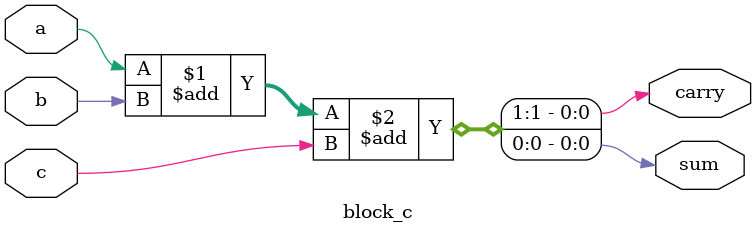
<source format=v>

`timescale 1ns/10ps

module block_c (
    input a,
    input b,
    input c,
    output carry,
    output sum
    );

    assign {carry, sum} = a + b + c;

endmodule
</source>
